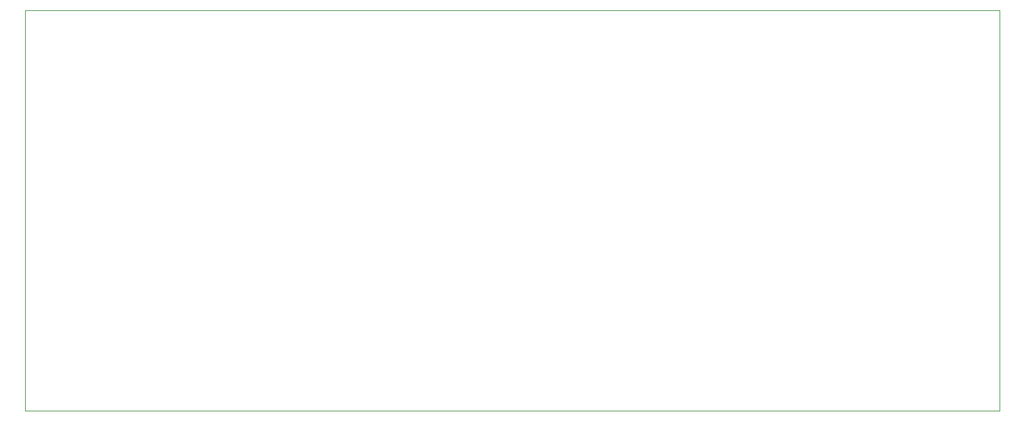
<source format=gm1>
G04 #@! TF.GenerationSoftware,KiCad,Pcbnew,(7.0.0)*
G04 #@! TF.CreationDate,2023-02-25T12:05:00-06:00*
G04 #@! TF.ProjectId,Autorelay,4175746f-7265-46c6-9179-2e6b69636164,1*
G04 #@! TF.SameCoordinates,Original*
G04 #@! TF.FileFunction,Profile,NP*
%FSLAX46Y46*%
G04 Gerber Fmt 4.6, Leading zero omitted, Abs format (unit mm)*
G04 Created by KiCad (PCBNEW (7.0.0)) date 2023-02-25 12:05:00*
%MOMM*%
%LPD*%
G01*
G04 APERTURE LIST*
G04 #@! TA.AperFunction,Profile*
%ADD10C,0.100000*%
G04 #@! TD*
G04 APERTURE END LIST*
D10*
X89610000Y-121415000D02*
X217880000Y-121415000D01*
X89610000Y-68710000D02*
X89610000Y-121415000D01*
X217880000Y-121415000D02*
X217880000Y-68710000D01*
X217880000Y-68710000D02*
X89610000Y-68710000D01*
M02*

</source>
